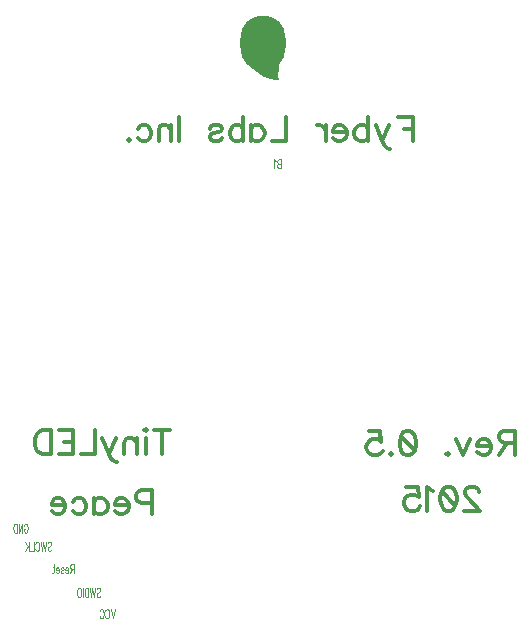
<source format=gbo>
G04 DipTrace 2.4.0.2*
%INpeace.gbo*%
%MOMM*%
%ADD10C,0.25*%
%ADD45O,3.825X4.663*%
%ADD68C,0.118*%
%ADD69C,0.314*%
%FSLAX53Y53*%
G04*
G71*
G90*
G75*
G01*
%LNBotSilk*%
%LPD*%
X41159Y63996D2*
D10*
G02X38135Y67346I218J3237D01*
G01*
D45*
X39922Y67052D3*
G36*
X41209Y64071D2*
X41360Y66121D1*
X38410Y66696D1*
X39309Y64771D1*
X40259Y64246D1*
D1*
X41209Y64071D1*
G37*
X41438Y57179D2*
D68*
Y56413D1*
X41241D1*
X41175Y56450D1*
X41153Y56487D1*
X41132Y56559D1*
Y56668D1*
X41153Y56742D1*
X41175Y56778D1*
X41241Y56814D1*
X41175Y56851D1*
X41153Y56887D1*
X41132Y56960D1*
Y57033D1*
X41153Y57106D1*
X41175Y57143D1*
X41241Y57179D1*
X41438D1*
Y56814D2*
X41241D1*
X40990Y57032D2*
X40946Y57069D1*
X40881Y57178D1*
Y56413D1*
X27375Y19085D2*
X27201Y18319D1*
X27026Y19085D1*
X26557Y18903D2*
X26578Y18976D1*
X26622Y19049D1*
X26666Y19085D1*
X26753D1*
X26797Y19049D1*
X26841Y18976D1*
X26863Y18903D1*
X26885Y18794D1*
Y18611D1*
X26863Y18502D1*
X26841Y18429D1*
X26797Y18356D1*
X26753Y18319D1*
X26666D1*
X26622Y18356D1*
X26578Y18429D1*
X26557Y18502D1*
X26087Y18903D2*
X26109Y18976D1*
X26153Y19049D1*
X26197Y19085D1*
X26284D1*
X26328Y19049D1*
X26371Y18976D1*
X26394Y18903D1*
X26415Y18794D1*
Y18611D1*
X26394Y18502D1*
X26371Y18429D1*
X26328Y18356D1*
X26284Y18319D1*
X26197D1*
X26153Y18356D1*
X26109Y18429D1*
X26087Y18502D1*
X25833Y20767D2*
X25876Y20840D1*
X25942Y20876D1*
X26029D1*
X26095Y20840D1*
X26139Y20767D1*
Y20695D1*
X26117Y20621D1*
X26095Y20585D1*
X26051Y20549D1*
X25920Y20476D1*
X25876Y20439D1*
X25854Y20402D1*
X25833Y20330D1*
Y20220D1*
X25876Y20148D1*
X25942Y20111D1*
X26029D1*
X26095Y20148D1*
X26139Y20220D1*
X25691Y20876D2*
X25582Y20111D1*
X25473Y20876D1*
X25363Y20111D1*
X25254Y20876D1*
X25113D2*
Y20111D1*
X24959D1*
X24894Y20148D1*
X24850Y20220D1*
X24828Y20294D1*
X24806Y20402D1*
Y20585D1*
X24828Y20695D1*
X24850Y20767D1*
X24894Y20840D1*
X24959Y20876D1*
X25113D1*
X24665D2*
Y20111D1*
X24393Y20876D2*
X24437Y20840D1*
X24480Y20767D1*
X24502Y20695D1*
X24524Y20585D1*
Y20402D1*
X24502Y20294D1*
X24480Y20220D1*
X24437Y20148D1*
X24393Y20111D1*
X24305D1*
X24262Y20148D1*
X24218Y20220D1*
X24196Y20294D1*
X24174Y20402D1*
Y20585D1*
X24196Y20695D1*
X24218Y20767D1*
X24262Y20840D1*
X24305Y20876D1*
X24393D1*
X23887Y22506D2*
X23690D1*
X23625Y22543D1*
X23602Y22580D1*
X23581Y22652D1*
Y22725D1*
X23602Y22798D1*
X23625Y22835D1*
X23690Y22871D1*
X23887D1*
Y22105D1*
X23734Y22506D2*
X23581Y22105D1*
X23440Y22397D2*
X23177D1*
Y22470D1*
X23199Y22543D1*
X23221Y22580D1*
X23265Y22616D1*
X23330D1*
X23374Y22580D1*
X23418Y22506D1*
X23440Y22397D1*
Y22324D1*
X23418Y22215D1*
X23374Y22142D1*
X23330Y22105D1*
X23265D1*
X23221Y22142D1*
X23177Y22215D1*
X22795Y22506D2*
X22817Y22580D1*
X22883Y22616D1*
X22949D1*
X23014Y22580D1*
X23036Y22506D1*
X23014Y22434D1*
X22970Y22397D1*
X22861Y22361D1*
X22817Y22324D1*
X22795Y22251D1*
Y22215D1*
X22817Y22142D1*
X22883Y22105D1*
X22949D1*
X23014Y22142D1*
X23036Y22215D1*
X22654Y22397D2*
X22392D1*
Y22470D1*
X22414Y22543D1*
X22435Y22580D1*
X22479Y22616D1*
X22545D1*
X22589Y22580D1*
X22633Y22506D1*
X22654Y22397D1*
Y22324D1*
X22633Y22215D1*
X22589Y22142D1*
X22545Y22105D1*
X22479D1*
X22435Y22142D1*
X22392Y22215D1*
X22185Y22871D2*
Y22251D1*
X22163Y22142D1*
X22119Y22105D1*
X22076D1*
X22251Y22616D2*
X22098D1*
X21681Y24678D2*
X21724Y24751D1*
X21790Y24788D1*
X21878D1*
X21943Y24751D1*
X21987Y24678D1*
Y24606D1*
X21965Y24532D1*
X21943Y24496D1*
X21900Y24460D1*
X21768Y24387D1*
X21724Y24351D1*
X21703Y24313D1*
X21681Y24241D1*
Y24132D1*
X21724Y24059D1*
X21790Y24022D1*
X21878D1*
X21943Y24059D1*
X21987Y24132D1*
X21540Y24788D2*
X21430Y24022D1*
X21321Y24788D1*
X21212Y24022D1*
X21102Y24788D1*
X20633Y24606D2*
X20655Y24678D1*
X20699Y24751D1*
X20742Y24788D1*
X20830D1*
X20874Y24751D1*
X20917Y24678D1*
X20939Y24606D1*
X20961Y24496D1*
Y24313D1*
X20939Y24205D1*
X20917Y24132D1*
X20874Y24059D1*
X20830Y24022D1*
X20742D1*
X20699Y24059D1*
X20655Y24132D1*
X20633Y24205D1*
X20492Y24788D2*
Y24022D1*
X20230D1*
X20088Y24788D2*
Y24022D1*
X19782Y24788D2*
X20088Y24277D1*
X19979Y24460D2*
X19782Y24022D1*
X19670Y26147D2*
X19692Y26219D1*
X19736Y26293D1*
X19779Y26329D1*
X19866D1*
X19910Y26293D1*
X19954Y26219D1*
X19976Y26147D1*
X19998Y26037D1*
Y25855D1*
X19976Y25746D1*
X19954Y25673D1*
X19910Y25600D1*
X19866Y25563D1*
X19779D1*
X19736Y25600D1*
X19692Y25673D1*
X19670Y25746D1*
Y25855D1*
X19779D1*
X19222Y26329D2*
Y25563D1*
X19529Y26329D1*
Y25563D1*
X19081Y26329D2*
Y25563D1*
X18928D1*
X18862Y25600D1*
X18818Y25673D1*
X18797Y25746D1*
X18775Y25855D1*
Y26037D1*
X18797Y26147D1*
X18818Y26219D1*
X18862Y26293D1*
X18928Y26329D1*
X19081D1*
X51335Y60731D2*
D69*
X52599D1*
Y58689D1*
Y59758D2*
X51822D1*
X50609Y60050D2*
X50027Y58689D1*
X50220Y58300D1*
X50415Y58105D1*
X50609Y58008D1*
X50707D1*
X49443Y60050D2*
X50027Y58689D1*
X48815Y60731D2*
Y58689D1*
Y59758D2*
X48620Y59954D1*
X48427Y60050D1*
X48135D1*
X47942Y59954D1*
X47746Y59758D1*
X47650Y59466D1*
Y59273D1*
X47746Y58981D1*
X47942Y58788D1*
X48135Y58689D1*
X48427D1*
X48620Y58788D1*
X48815Y58981D1*
X47022Y59466D2*
X45856D1*
Y59662D1*
X45953Y59857D1*
X46050Y59954D1*
X46245Y60050D1*
X46537D1*
X46730Y59954D1*
X46926Y59758D1*
X47022Y59466D1*
Y59273D1*
X46926Y58981D1*
X46730Y58788D1*
X46537Y58689D1*
X46245D1*
X46050Y58788D1*
X45856Y58981D1*
X45229Y60050D2*
Y58689D1*
Y59466D2*
X45130Y59758D1*
X44937Y59954D1*
X44742Y60050D1*
X44450D1*
X41847Y60731D2*
Y58689D1*
X40681D1*
X38888Y60050D2*
Y58689D1*
Y59758D2*
X39081Y59954D1*
X39277Y60050D1*
X39566D1*
X39762Y59954D1*
X39955Y59758D1*
X40054Y59466D1*
Y59273D1*
X39955Y58981D1*
X39762Y58788D1*
X39566Y58689D1*
X39277D1*
X39081Y58788D1*
X38888Y58981D1*
X38261Y60731D2*
Y58689D1*
Y59758D2*
X38065Y59954D1*
X37872Y60050D1*
X37580D1*
X37387Y59954D1*
X37191Y59758D1*
X37095Y59466D1*
Y59273D1*
X37191Y58981D1*
X37387Y58788D1*
X37580Y58689D1*
X37872D1*
X38065Y58788D1*
X38261Y58981D1*
X35398Y59758D2*
X35495Y59954D1*
X35787Y60050D1*
X36079D1*
X36371Y59954D1*
X36467Y59758D1*
X36371Y59565D1*
X36175Y59466D1*
X35690Y59370D1*
X35495Y59273D1*
X35398Y59078D1*
Y58981D1*
X35495Y58788D1*
X35787Y58689D1*
X36079D1*
X36371Y58788D1*
X36467Y58981D1*
X32796Y60731D2*
Y58689D1*
X32168Y60050D2*
Y58689D1*
Y59662D2*
X31876Y59954D1*
X31681Y60050D1*
X31391D1*
X31196Y59954D1*
X31099Y59662D1*
Y58689D1*
X29304Y59758D2*
X29499Y59954D1*
X29694Y60050D1*
X29984D1*
X30180Y59954D1*
X30373Y59758D1*
X30472Y59466D1*
Y59273D1*
X30373Y58981D1*
X30180Y58788D1*
X29984Y58689D1*
X29694D1*
X29499Y58788D1*
X29304Y58981D1*
X28579Y58884D2*
X28676Y58786D1*
X28579Y58689D1*
X28481Y58786D1*
X28579Y58884D1*
X31378Y34229D2*
Y32187D1*
X32059Y34229D2*
X30698D1*
X30070D2*
X29974Y34132D1*
X29875Y34229D1*
X29974Y34327D1*
X30070Y34229D1*
X29974Y33548D2*
Y32187D1*
X29247Y33548D2*
Y32187D1*
Y33159D2*
X28955Y33451D1*
X28760Y33548D1*
X28470D1*
X28275Y33451D1*
X28178Y33159D1*
Y32187D1*
X27452Y33548D2*
X26870Y32187D1*
X27063Y31798D1*
X27259Y31603D1*
X27452Y31506D1*
X27551D1*
X26286Y33548D2*
X26870Y32187D1*
X25659Y34229D2*
Y32187D1*
X24493D1*
X22603Y34229D2*
X23866D1*
Y32187D1*
X22603D1*
X23866Y33256D2*
X23088D1*
X21976Y34229D2*
Y32187D1*
X21295D1*
X21003Y32286D1*
X20808Y32479D1*
X20711Y32674D1*
X20615Y32964D1*
Y33451D1*
X20711Y33743D1*
X20808Y33937D1*
X21003Y34132D1*
X21295Y34229D1*
X21976D1*
X61221Y33182D2*
X60348D1*
X60056Y33281D1*
X59957Y33377D1*
X59860Y33570D1*
Y33766D1*
X59957Y33959D1*
X60056Y34058D1*
X60348Y34154D1*
X61221D1*
Y32113D1*
X60541Y33182D2*
X59860Y32113D1*
X59233Y32890D2*
X58067D1*
Y33085D1*
X58164Y33281D1*
X58260Y33377D1*
X58456Y33474D1*
X58748D1*
X58941Y33377D1*
X59136Y33182D1*
X59233Y32890D1*
Y32697D1*
X59136Y32405D1*
X58941Y32211D1*
X58748Y32113D1*
X58456D1*
X58260Y32211D1*
X58067Y32405D1*
X57440Y33474D2*
X56856Y32113D1*
X56274Y33474D1*
X55550Y32308D2*
X55646Y32209D1*
X55550Y32113D1*
X55451Y32209D1*
X55550Y32308D1*
X52264Y34152D2*
X52556Y34055D1*
X52752Y33763D1*
X52848Y33278D1*
Y32986D1*
X52752Y32501D1*
X52556Y32209D1*
X52264Y32113D1*
X52071D1*
X51779Y32209D1*
X51586Y32501D1*
X51487Y32986D1*
Y33278D1*
X51586Y33763D1*
X51779Y34055D1*
X52071Y34152D1*
X52264D1*
X51586Y33763D2*
X52752Y32501D1*
X50763Y32308D2*
X50860Y32209D1*
X50763Y32113D1*
X50664Y32209D1*
X50763Y32308D1*
X48871Y34152D2*
X49842D1*
X49938Y33278D1*
X49842Y33375D1*
X49550Y33474D1*
X49260D1*
X48968Y33375D1*
X48772Y33182D1*
X48676Y32890D1*
Y32697D1*
X48772Y32405D1*
X48968Y32209D1*
X49260Y32113D1*
X49550D1*
X49842Y32209D1*
X49938Y32308D1*
X50037Y32501D1*
X58194Y28974D2*
Y29071D1*
X58098Y29266D1*
X58001Y29363D1*
X57806Y29459D1*
X57417D1*
X57224Y29363D1*
X57127Y29266D1*
X57029Y29071D1*
Y28878D1*
X57127Y28682D1*
X57321Y28392D1*
X58293Y27420D1*
X56932D1*
X55721Y29459D2*
X56013Y29363D1*
X56208Y29071D1*
X56305Y28586D1*
Y28294D1*
X56208Y27808D1*
X56013Y27516D1*
X55721Y27420D1*
X55527D1*
X55235Y27516D1*
X55042Y27808D1*
X54943Y28294D1*
Y28586D1*
X55042Y29071D1*
X55235Y29363D1*
X55527Y29459D1*
X55721D1*
X55042Y29071D2*
X56208Y27808D1*
X54316Y29071D2*
X54121Y29170D1*
X53829Y29459D1*
Y27420D1*
X52035Y29459D2*
X53006D1*
X53102Y28586D1*
X53006Y28682D1*
X52714Y28781D1*
X52424D1*
X52132Y28682D1*
X51937Y28489D1*
X51840Y28197D1*
Y28004D1*
X51937Y27712D1*
X52132Y27516D1*
X52424Y27420D1*
X52714D1*
X53006Y27516D1*
X53102Y27615D1*
X53201Y27808D1*
X30546Y28085D2*
X29670D1*
X29381Y28182D1*
X29282Y28280D1*
X29185Y28474D1*
Y28766D1*
X29282Y28959D1*
X29381Y29058D1*
X29670Y29154D1*
X30546D1*
Y27112D1*
X28558Y27890D2*
X27392D1*
Y28085D1*
X27489Y28280D1*
X27585Y28377D1*
X27781Y28474D1*
X28073D1*
X28266Y28377D1*
X28461Y28182D1*
X28558Y27890D1*
Y27696D1*
X28461Y27404D1*
X28266Y27211D1*
X28073Y27112D1*
X27781D1*
X27585Y27211D1*
X27392Y27404D1*
X25599Y28474D2*
Y27112D1*
Y28182D2*
X25792Y28377D1*
X25987Y28474D1*
X26277D1*
X26473Y28377D1*
X26666Y28182D1*
X26765Y27890D1*
Y27696D1*
X26666Y27404D1*
X26473Y27211D1*
X26277Y27112D1*
X25987D1*
X25792Y27211D1*
X25599Y27404D1*
X23803Y28182D2*
X23999Y28377D1*
X24194Y28474D1*
X24484D1*
X24679Y28377D1*
X24872Y28182D1*
X24971Y27890D1*
Y27696D1*
X24872Y27404D1*
X24679Y27211D1*
X24484Y27112D1*
X24194D1*
X23999Y27211D1*
X23803Y27404D1*
X23176Y27890D2*
X22010D1*
Y28085D1*
X22107Y28280D1*
X22203Y28377D1*
X22399Y28474D1*
X22691D1*
X22884Y28377D1*
X23079Y28182D1*
X23176Y27890D1*
Y27696D1*
X23079Y27404D1*
X22884Y27211D1*
X22691Y27112D1*
X22399D1*
X22203Y27211D1*
X22010Y27404D1*
M02*

</source>
